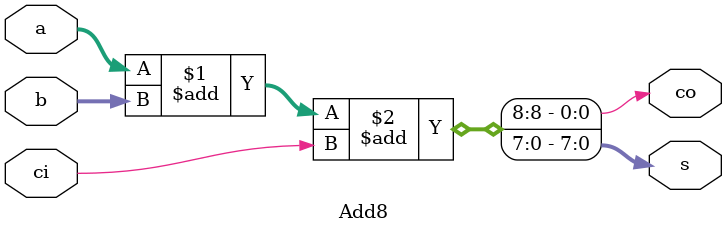
<source format=v>
`timescale 1ns/100ps

module Add8 ( a, b, ci, s, co );
   input [7:0] a, b;
   input ci;
   output [7:0] s;
   output co;
   
   assign { co, s } = a + b + ci;
      
endmodule
</source>
